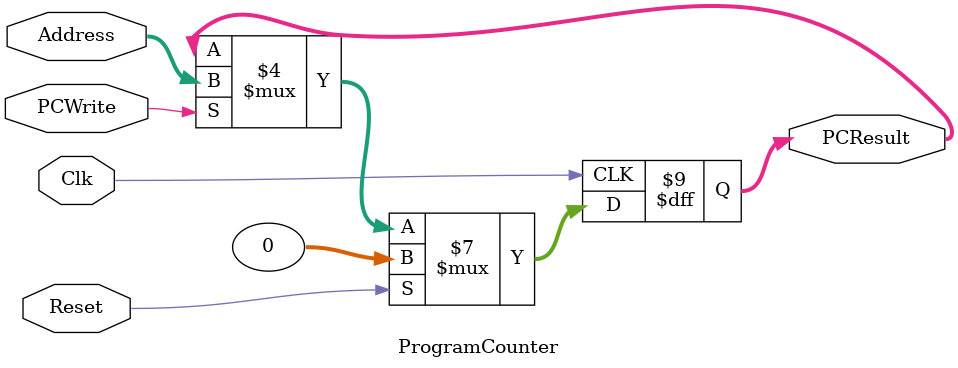
<source format=v>
`timescale 1ns / 1ps


//FUNCTIONALITY: a 32-bit register with a synchronous reset. 
//At the positive edge of the clock, if reset = 1, the 32-bit output is all 0's
//else the output is the 32-bit input

// FUNCTIONALITY (you can skip this paragraph for the first week of lab assignment):-
// Design a program counter register that holds the current address of the 
// instruction memory.  This module should be updated at the positive edge of 
// the clock. The contents of a register default to unknown values or 'X' upon 
// instantiation in your module. Hence, please add a synchronous 'Reset' 
// signal to your PC register to enable global reset of your datapath to point 
// to the first instruction in your instruction memory (i.e., the first address 
// location, 0x00000000).
////////////////////////////////////////////////////////////////////////////////

module ProgramCounter(Address, PCResult, PCWrite, Reset, Clk);

	input [31:0] Address;
	input Reset, Clk, PCWrite;

	(* mark_debug = "true" *) output reg [31:0] PCResult;

    always@(negedge Clk)begin
        if(Reset == 1)
            PCResult <= 32'd0;
        else
        if (PCWrite == 1) begin 
        PCResult <= Address;
        end
    end
endmodule


</source>
